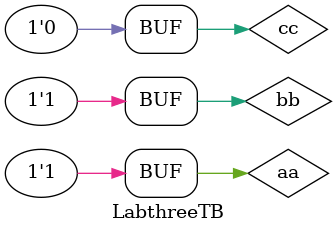
<source format=v>
`timescale 1ns / 1ps


module LabthreeTB(
   
    );
    reg aa,bb,cc;
        wire out1, out2;
       oneBitFullAdder U1(aa,bb,cc,out1,out2);
       initial begin
        aa = 0;
        bb = 0;
        cc = 0;
        #100;
        aa = 1;
        #100;
        aa = 0;
        bb = 1;
        #100;
        aa = 1;
        #100;
        cc = 1;
        #100;
        cc = 0;
        #1000;
        end
endmodule

</source>
